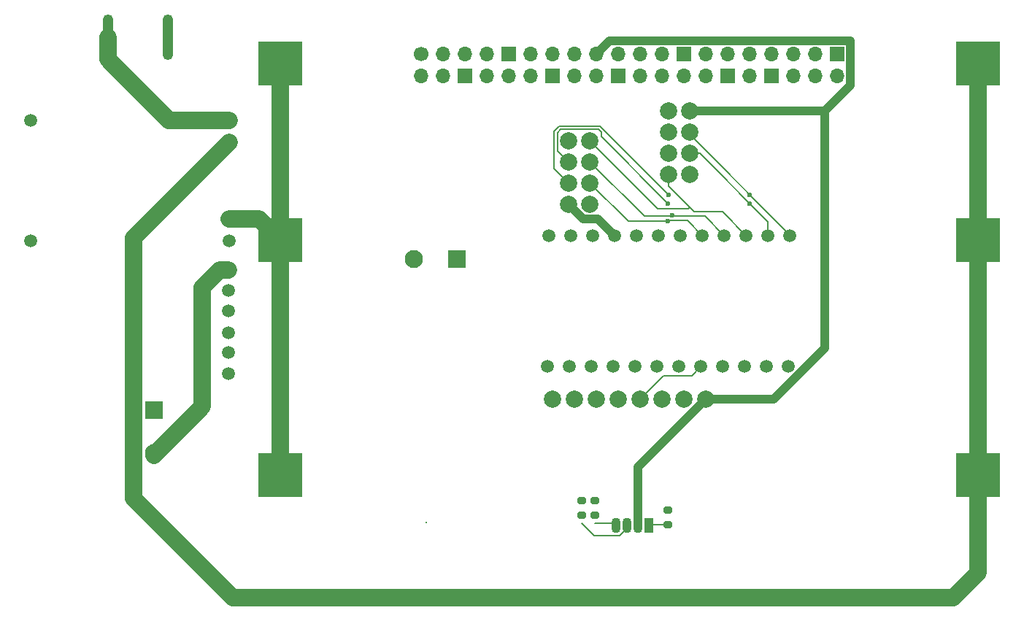
<source format=gbr>
%TF.GenerationSoftware,KiCad,Pcbnew,8.0.3*%
%TF.CreationDate,2024-06-25T13:40:25-04:00*%
%TF.ProjectId,StringsVR-SheepyHat,53747269-6e67-4735-9652-2d5368656570,rev?*%
%TF.SameCoordinates,Original*%
%TF.FileFunction,Copper,L1,Top*%
%TF.FilePolarity,Positive*%
%FSLAX46Y46*%
G04 Gerber Fmt 4.6, Leading zero omitted, Abs format (unit mm)*
G04 Created by KiCad (PCBNEW 8.0.3) date 2024-06-25 13:40:25*
%MOMM*%
%LPD*%
G01*
G04 APERTURE LIST*
G04 Aperture macros list*
%AMRoundRect*
0 Rectangle with rounded corners*
0 $1 Rounding radius*
0 $2 $3 $4 $5 $6 $7 $8 $9 X,Y pos of 4 corners*
0 Add a 4 corners polygon primitive as box body*
4,1,4,$2,$3,$4,$5,$6,$7,$8,$9,$2,$3,0*
0 Add four circle primitives for the rounded corners*
1,1,$1+$1,$2,$3*
1,1,$1+$1,$4,$5*
1,1,$1+$1,$6,$7*
1,1,$1+$1,$8,$9*
0 Add four rect primitives between the rounded corners*
20,1,$1+$1,$2,$3,$4,$5,0*
20,1,$1+$1,$4,$5,$6,$7,0*
20,1,$1+$1,$6,$7,$8,$9,0*
20,1,$1+$1,$8,$9,$2,$3,0*%
%AMFreePoly0*
4,1,5,2.500000,-2.500000,-2.500000,-2.500000,-2.500000,2.500000,2.500000,2.500000,2.500000,-2.500000,2.500000,-2.500000,$1*%
G04 Aperture macros list end*
%TA.AperFunction,ComponentPad*%
%ADD10O,1.200000X5.300000*%
%TD*%
%TA.AperFunction,SMDPad,CuDef*%
%ADD11RoundRect,0.200000X0.275000X-0.200000X0.275000X0.200000X-0.275000X0.200000X-0.275000X-0.200000X0*%
%TD*%
%TA.AperFunction,ComponentPad*%
%ADD12C,1.500000*%
%TD*%
%TA.AperFunction,ComponentPad*%
%ADD13C,2.000000*%
%TD*%
%TA.AperFunction,ComponentPad*%
%ADD14R,2.100000X2.100000*%
%TD*%
%TA.AperFunction,ComponentPad*%
%ADD15C,2.100000*%
%TD*%
%TA.AperFunction,SMDPad,CuDef*%
%ADD16FreePoly0,180.000000*%
%TD*%
%TA.AperFunction,ComponentPad*%
%ADD17R,1.070000X1.800000*%
%TD*%
%TA.AperFunction,ComponentPad*%
%ADD18O,1.070000X1.800000*%
%TD*%
%TA.AperFunction,ComponentPad*%
%ADD19C,1.700000*%
%TD*%
%TA.AperFunction,ComponentPad*%
%ADD20O,1.700000X1.700000*%
%TD*%
%TA.AperFunction,ComponentPad*%
%ADD21R,1.700000X1.700000*%
%TD*%
%TA.AperFunction,ViaPad*%
%ADD22C,0.200000*%
%TD*%
%TA.AperFunction,ViaPad*%
%ADD23C,0.600000*%
%TD*%
%TA.AperFunction,Conductor*%
%ADD24C,1.000000*%
%TD*%
%TA.AperFunction,Conductor*%
%ADD25C,0.200000*%
%TD*%
%TA.AperFunction,Conductor*%
%ADD26C,2.000000*%
%TD*%
G04 APERTURE END LIST*
D10*
%TO.P,SW2,1,1*%
%TO.N,Net-(U4-OUT+)*%
X78055000Y-71285000D03*
%TO.P,SW2,2,2*%
%TO.N,Net-(SW2-Pad2)*%
X85040000Y-71285000D03*
%TD*%
D11*
%TO.P,R1,1*%
%TO.N,Net-(D1-RK)*%
X143040000Y-127785000D03*
%TO.P,R1,2*%
%TO.N,LED_R*%
X143040000Y-126135000D03*
%TD*%
D12*
%TO.P,U2,1,TX0*%
%TO.N,unconnected-(U2-TX0-Pad1)*%
X157040000Y-109485000D03*
%TO.P,U2,2,RX1*%
%TO.N,unconnected-(U2-RX1-Pad2)*%
X154500000Y-109485000D03*
%TO.P,U2,3,GND*%
%TO.N,unconnected-(U2-GND-Pad3)*%
X151960000Y-109485000D03*
%TO.P,U2,4,GND*%
%TO.N,unconnected-(U2-GND-Pad4)*%
X149420000Y-109485000D03*
%TO.P,U2,5,SDA*%
%TO.N,SDA*%
X146880000Y-109485000D03*
%TO.P,U2,6,SCL*%
%TO.N,SCL*%
X144340000Y-109485000D03*
%TO.P,U2,7,Analog*%
%TO.N,unconnected-(U2-Analog-Pad7)*%
X141800000Y-109485000D03*
%TO.P,U2,8,Analog*%
%TO.N,LED_R*%
X139260000Y-109485000D03*
%TO.P,U2,9,Analog*%
%TO.N,LED_G*%
X136720000Y-109485000D03*
%TO.P,U2,10,Analog*%
%TO.N,unconnected-(U2-Analog-Pad10)*%
X134180000Y-109485000D03*
%TO.P,U2,11,Analog*%
%TO.N,unconnected-(U2-Analog-Pad11)*%
X131640000Y-109485000D03*
%TO.P,U2,12,Analog*%
%TO.N,LED_B*%
X129100000Y-109485000D03*
%TO.P,U2,13,RAW*%
%TO.N,unconnected-(U2-RAW-Pad13)*%
X129260000Y-94285000D03*
%TO.P,U2,14,GND*%
%TO.N,unconnected-(U2-GND-Pad14)*%
X131800000Y-94285000D03*
%TO.P,U2,15,RST*%
%TO.N,unconnected-(U2-RST-Pad15)*%
X134340000Y-94285000D03*
%TO.P,U2,16,VCC*%
%TO.N,+3.3V*%
X136880000Y-94285000D03*
%TO.P,U2,17,Analog*%
%TO.N,unconnected-(U2-Analog-Pad17)*%
X139420000Y-94285000D03*
%TO.P,U2,18,Analog*%
%TO.N,unconnected-(U2-Analog-Pad18)*%
X141960000Y-94285000D03*
%TO.P,U2,19,Analog*%
%TO.N,unconnected-(U2-Analog-Pad19)*%
X144500000Y-94285000D03*
%TO.P,U2,20,Analog*%
%TO.N,CE*%
X147040000Y-94285000D03*
%TO.P,U2,21,SCLK*%
%TO.N,SCK*%
X149580000Y-94285000D03*
%TO.P,U2,22,MISO*%
%TO.N,MISO*%
X152120000Y-94285000D03*
%TO.P,U2,23,MOSI*%
%TO.N,MOSI*%
X154660000Y-94285000D03*
%TO.P,U2,24,Analog*%
%TO.N,CSN*%
X157200000Y-94285000D03*
%TD*%
D13*
%TO.P,J1,1,Pin_1*%
%TO.N,+3.3V*%
X147428857Y-113253425D03*
%TO.P,J1,2,Pin_2*%
%TO.N,GND*%
X144888857Y-113253425D03*
%TO.P,J1,3,Pin_3*%
%TO.N,SCL*%
X142348857Y-113253425D03*
%TO.P,J1,4,Pin_4*%
%TO.N,SDA*%
X139808857Y-113253425D03*
%TO.P,J1,5,Pin_5*%
%TO.N,unconnected-(J1-Pin_5-Pad5)*%
X137268857Y-113253425D03*
%TO.P,J1,6,Pin_6*%
%TO.N,unconnected-(J1-Pin_6-Pad6)*%
X134728857Y-113253425D03*
%TO.P,J1,7,Pin_7*%
%TO.N,unconnected-(J1-Pin_7-Pad7)*%
X132188857Y-113253425D03*
%TO.P,J1,8,Pin_8*%
%TO.N,unconnected-(J1-Pin_8-Pad8)*%
X129648857Y-113253425D03*
%TD*%
D11*
%TO.P,R2,1*%
%TO.N,Net-(D1-GK)*%
X134540000Y-126685000D03*
%TO.P,R2,2*%
%TO.N,LED_G*%
X134540000Y-125035000D03*
%TD*%
D14*
%TO.P,J3,1,Pin_1*%
%TO.N,GND*%
X118540000Y-97035000D03*
D15*
%TO.P,J3,2,Pin_2*%
%TO.N,5V regulated*%
X113540000Y-97035000D03*
%TD*%
D16*
%TO.P,U8,1,b+*%
%TO.N,/B+*%
X179040000Y-122035000D03*
%TO.P,U8,2,b-*%
%TO.N,/B-*%
X98040000Y-122035000D03*
%TD*%
D14*
%TO.P,J4,1,Pin_1*%
%TO.N,GND*%
X83402500Y-114535000D03*
D15*
%TO.P,J4,2,Pin_2*%
%TO.N,5V regulated*%
X83402500Y-119535000D03*
%TD*%
D16*
%TO.P,U6,1,b+*%
%TO.N,/B+*%
X179040000Y-74285000D03*
%TO.P,U6,2,b-*%
%TO.N,/B-*%
X98040000Y-74285000D03*
%TD*%
D13*
%TO.P,U1,1,GND*%
%TO.N,GND*%
X143080000Y-79845000D03*
%TO.P,U1,2,CE*%
%TO.N,CE*%
X143080000Y-82305000D03*
%TO.P,U1,3,SCK*%
%TO.N,SCK*%
X143080000Y-84765000D03*
%TO.P,U1,4,MISO*%
%TO.N,MISO*%
X143080000Y-87225000D03*
%TO.P,U1,5,VCC*%
%TO.N,+3.3V*%
X145540000Y-79825000D03*
%TO.P,U1,6,CSN*%
%TO.N,CSN*%
X145540000Y-82285000D03*
%TO.P,U1,7,MOSI*%
%TO.N,MOSI*%
X145540000Y-84745000D03*
%TO.P,U1,8,IRQ*%
%TO.N,unconnected-(U1-IRQ-Pad8)*%
X145540000Y-87205000D03*
%TD*%
D16*
%TO.P,U7,1,b+*%
%TO.N,/B+*%
X179040000Y-94785000D03*
%TO.P,U7,2,b-*%
%TO.N,/B-*%
X98040000Y-94785000D03*
%TD*%
D17*
%TO.P,D1,1,RK*%
%TO.N,Net-(D1-RK)*%
X140828070Y-127925458D03*
D18*
%TO.P,D1,2,A*%
%TO.N,+3.3V*%
X139558070Y-127925458D03*
%TO.P,D1,3,BK*%
%TO.N,Net-(D1-BK)*%
X138288070Y-127925458D03*
%TO.P,D1,4,GK*%
%TO.N,Net-(D1-GK)*%
X137018070Y-127925458D03*
%TD*%
D13*
%TO.P,U3,1,GND*%
%TO.N,GND*%
X134000000Y-90645000D03*
%TO.P,U3,2,CE*%
%TO.N,CE*%
X134000000Y-88185000D03*
%TO.P,U3,3,SCK*%
%TO.N,SCK*%
X134000000Y-85725000D03*
%TO.P,U3,4,MISO*%
%TO.N,MISO*%
X134000000Y-83265000D03*
%TO.P,U3,5,VCC*%
%TO.N,+3.3V*%
X131540000Y-90665000D03*
%TO.P,U3,6,CSN*%
%TO.N,CSN*%
X131540000Y-88205000D03*
%TO.P,U3,7,MOSI*%
%TO.N,MOSI*%
X131540000Y-85745000D03*
%TO.P,U3,8,IRQ*%
%TO.N,unconnected-(U3-IRQ-Pad8)*%
X131540000Y-83285000D03*
%TD*%
D12*
%TO.P,U4,1,+*%
%TO.N,unconnected-(U4-+-Pad1)*%
X69140000Y-80885000D03*
%TO.P,U4,2,-*%
%TO.N,unconnected-(U4---Pad2)*%
X69140000Y-94885000D03*
%TO.P,U4,3,OUT+*%
%TO.N,Net-(U4-OUT+)*%
X92140000Y-80885000D03*
%TO.P,U4,4,B+*%
%TO.N,/B+*%
X92140000Y-83425000D03*
%TO.P,U4,5,B-*%
%TO.N,/B-*%
X92140000Y-92345000D03*
%TO.P,U4,6,OUT-*%
%TO.N,GND*%
X92140000Y-94885000D03*
%TD*%
D11*
%TO.P,R3,1*%
%TO.N,Net-(D1-BK)*%
X133040000Y-126685000D03*
%TO.P,R3,2*%
%TO.N,LED_B*%
X133040000Y-125035000D03*
%TD*%
D12*
%TO.P,U5,1,EN*%
%TO.N,unconnected-(U5-EN-Pad1)*%
X92040000Y-110285000D03*
%TO.P,U5,2,VIN*%
%TO.N,Net-(SW2-Pad2)*%
X92040000Y-107885000D03*
%TO.P,U5,3,VIN*%
X92040000Y-105555000D03*
%TO.P,U5,4,GND*%
%TO.N,GND*%
X92040000Y-103015000D03*
%TO.P,U5,5,GND*%
X92040000Y-100685000D03*
%TO.P,U5,6,VOUT*%
%TO.N,5V regulated*%
X92040000Y-98285000D03*
%TD*%
D19*
%TO.P,J2,1,Pin_1*%
%TO.N,unconnected-(J2-Pin_1-Pad1)*%
X114420000Y-73245000D03*
D20*
%TO.P,J2,2,Pin_2*%
%TO.N,5V regulated*%
X114420000Y-75785000D03*
%TO.P,J2,3,Pin_3*%
%TO.N,unconnected-(J2-Pin_3-Pad3)*%
X116960000Y-73245000D03*
%TO.P,J2,4,Pin_4*%
%TO.N,5V regulated*%
X116960000Y-75785000D03*
%TO.P,J2,5,Pin_5*%
%TO.N,unconnected-(J2-Pin_5-Pad5)*%
X119500000Y-73245000D03*
D21*
%TO.P,J2,6,Pin_6*%
%TO.N,GND*%
X119500000Y-75785000D03*
D20*
%TO.P,J2,7,Pin_7*%
%TO.N,unconnected-(J2-Pin_7-Pad7)*%
X122040000Y-73245000D03*
%TO.P,J2,8,Pin_8*%
%TO.N,unconnected-(J2-Pin_8-Pad8)*%
X122040000Y-75785000D03*
D21*
%TO.P,J2,9,Pin_9*%
%TO.N,GND*%
X124580000Y-73245000D03*
D20*
%TO.P,J2,10,Pin_10*%
%TO.N,unconnected-(J2-Pin_10-Pad10)*%
X124580000Y-75785000D03*
%TO.P,J2,11,Pin_11*%
%TO.N,unconnected-(J2-Pin_11-Pad11)*%
X127120000Y-73245000D03*
%TO.P,J2,12,Pin_12*%
%TO.N,unconnected-(J2-Pin_12-Pad12)*%
X127120000Y-75785000D03*
%TO.P,J2,13,Pin_13*%
%TO.N,unconnected-(J2-Pin_13-Pad13)*%
X129660000Y-73245000D03*
D21*
%TO.P,J2,14,Pin_14*%
%TO.N,unconnected-(J2-Pin_14-Pad14)*%
X129660000Y-75785000D03*
D20*
%TO.P,J2,15,Pin_15*%
%TO.N,unconnected-(J2-Pin_15-Pad15)*%
X132200000Y-73245000D03*
%TO.P,J2,16,Pin_16*%
%TO.N,unconnected-(J2-Pin_16-Pad16)*%
X132200000Y-75785000D03*
%TO.P,J2,17,Pin_17*%
%TO.N,+3.3V*%
X134740000Y-73245000D03*
%TO.P,J2,18,Pin_18*%
%TO.N,unconnected-(J2-Pin_18-Pad18)*%
X134740000Y-75785000D03*
%TO.P,J2,19,Pin_19*%
%TO.N,unconnected-(J2-Pin_19-Pad19)*%
X137280000Y-73245000D03*
D21*
%TO.P,J2,20,Pin_20*%
%TO.N,unconnected-(J2-Pin_20-Pad20)*%
X137280000Y-75785000D03*
D20*
%TO.P,J2,21,Pin_21*%
%TO.N,unconnected-(J2-Pin_21-Pad21)*%
X139820000Y-73245000D03*
%TO.P,J2,22,Pin_22*%
%TO.N,unconnected-(J2-Pin_22-Pad22)*%
X139820000Y-75785000D03*
%TO.P,J2,23,Pin_23*%
%TO.N,unconnected-(J2-Pin_23-Pad23)*%
X142360000Y-73245000D03*
%TO.P,J2,24,Pin_24*%
%TO.N,unconnected-(J2-Pin_24-Pad24)*%
X142360000Y-75785000D03*
D21*
%TO.P,J2,25,Pin_25*%
%TO.N,GND*%
X144900000Y-73245000D03*
D20*
%TO.P,J2,26,Pin_26*%
%TO.N,unconnected-(J2-Pin_26-Pad26)*%
X144900000Y-75785000D03*
%TO.P,J2,27,Pin_27*%
%TO.N,unconnected-(J2-Pin_27-Pad27)*%
X147440000Y-73245000D03*
%TO.P,J2,28,Pin_28*%
%TO.N,unconnected-(J2-Pin_28-Pad28)*%
X147440000Y-75785000D03*
%TO.P,J2,29,Pin_29*%
%TO.N,unconnected-(J2-Pin_29-Pad29)*%
X149980000Y-73245000D03*
D21*
%TO.P,J2,30,Pin_30*%
%TO.N,GND*%
X149980000Y-75785000D03*
D20*
%TO.P,J2,31,Pin_31*%
%TO.N,unconnected-(J2-Pin_31-Pad31)*%
X152520000Y-73245000D03*
%TO.P,J2,32,Pin_32*%
%TO.N,unconnected-(J2-Pin_32-Pad32)*%
X152520000Y-75785000D03*
%TO.P,J2,33,Pin_33*%
%TO.N,unconnected-(J2-Pin_33-Pad33)*%
X155060000Y-73245000D03*
D21*
%TO.P,J2,34,Pin_34*%
%TO.N,GND*%
X155060000Y-75785000D03*
D20*
%TO.P,J2,35,Pin_35*%
%TO.N,unconnected-(J2-Pin_35-Pad35)*%
X157600000Y-73245000D03*
%TO.P,J2,36,Pin_36*%
%TO.N,unconnected-(J2-Pin_36-Pad36)*%
X157600000Y-75785000D03*
%TO.P,J2,37,Pin_37*%
%TO.N,unconnected-(J2-Pin_37-Pad37)*%
X160140000Y-73245000D03*
%TO.P,J2,38,Pin_38*%
%TO.N,unconnected-(J2-Pin_38-Pad38)*%
X160140000Y-75785000D03*
D21*
%TO.P,J2,39,Pin_39*%
%TO.N,GND*%
X162680000Y-73245000D03*
D20*
%TO.P,J2,40,Pin_40*%
%TO.N,unconnected-(J2-Pin_40-Pad40)*%
X162680000Y-75785000D03*
%TD*%
D22*
%TO.N,*%
X115040000Y-127535000D03*
D23*
%TO.N,MOSI*%
X143040000Y-90535000D03*
X152540000Y-90535000D03*
%TO.N,SCK*%
X143540000Y-91935000D03*
%TO.N,CE*%
X143040000Y-92635000D03*
%TO.N,CSN*%
X152540000Y-89535000D03*
X143138527Y-89535000D03*
%TD*%
D24*
%TO.N,+3.3V*%
X133220000Y-92345000D02*
X131540000Y-90665000D01*
X134940000Y-92345000D02*
X133220000Y-92345000D01*
X136880000Y-94285000D02*
X134940000Y-92345000D01*
D25*
%TO.N,Net-(D1-GK)*%
X136727612Y-127635000D02*
X137018070Y-127925458D01*
X134540000Y-127635000D02*
X136727612Y-127635000D01*
D24*
%TO.N,+3.3V*%
X161250000Y-79825000D02*
X145540000Y-79825000D01*
X139558070Y-121124212D02*
X139558070Y-127925458D01*
X147428857Y-113253425D02*
X155322185Y-113253425D01*
X134740000Y-73245000D02*
X136290000Y-71695000D01*
X136290000Y-71695000D02*
X164230000Y-71695000D01*
X147428857Y-113253425D02*
X139558070Y-121124212D01*
X155322185Y-113253425D02*
X161250000Y-107325610D01*
X164230000Y-76845000D02*
X161250000Y-79825000D01*
X164230000Y-71695000D02*
X164230000Y-76845000D01*
X161250000Y-107325610D02*
X161250000Y-79825000D01*
D26*
%TO.N,/B+*%
X179040000Y-74285000D02*
X179040000Y-133385000D01*
X176140000Y-136285000D02*
X92540000Y-136285000D01*
X81040000Y-94525000D02*
X92140000Y-83425000D01*
X81040000Y-124785000D02*
X81040000Y-94525000D01*
X92540000Y-136285000D02*
X81040000Y-124785000D01*
X179040000Y-133385000D02*
X176140000Y-136285000D01*
D25*
%TO.N,Net-(D1-RK)*%
X143040000Y-127785000D02*
X140968528Y-127785000D01*
X140968528Y-127785000D02*
X140828070Y-127925458D01*
D26*
%TO.N,/B-*%
X98040000Y-94785000D02*
X95600000Y-92345000D01*
X98040000Y-74285000D02*
X98040000Y-94785000D01*
X98040000Y-121285000D02*
X98040000Y-94785000D01*
X95600000Y-92345000D02*
X92140000Y-92345000D01*
D25*
%TO.N,Net-(D1-BK)*%
X138288070Y-128286930D02*
X138288070Y-127925458D01*
X134480458Y-129125458D02*
X137449542Y-129125458D01*
X137449542Y-129125458D02*
X138288070Y-128286930D01*
X133040000Y-127685000D02*
X134480458Y-129125458D01*
D26*
%TO.N,5V regulated*%
X83402500Y-119785000D02*
X89040000Y-114147500D01*
X91040000Y-98285000D02*
X92040000Y-98285000D01*
X89040000Y-114147500D02*
X89040000Y-100285000D01*
X89040000Y-100285000D02*
X91040000Y-98285000D01*
D25*
%TO.N,MISO*%
X149370000Y-91535000D02*
X146040000Y-91535000D01*
X152120000Y-94285000D02*
X149370000Y-91535000D01*
X141870000Y-91135000D02*
X145440000Y-91135000D01*
X145540000Y-91035000D02*
X143080000Y-88575000D01*
X143080000Y-88575000D02*
X143080000Y-87225000D01*
X145440000Y-91135000D02*
X145540000Y-91035000D01*
X134000000Y-83265000D02*
X141870000Y-91135000D01*
X146040000Y-91535000D02*
X145540000Y-91035000D01*
%TO.N,MOSI*%
X130240000Y-84445000D02*
X131540000Y-85745000D01*
X134970000Y-81965000D02*
X130610000Y-81965000D01*
X130610000Y-81965000D02*
X130240000Y-82335000D01*
X154660000Y-92655000D02*
X146750000Y-84745000D01*
X143040000Y-90535000D02*
X135300000Y-82795000D01*
X135300000Y-82795000D02*
X135300000Y-82295000D01*
X154660000Y-94285000D02*
X154660000Y-92655000D01*
X146750000Y-84745000D02*
X145540000Y-84745000D01*
X135300000Y-82295000D02*
X134970000Y-81965000D01*
X130240000Y-82335000D02*
X130240000Y-84445000D01*
%TO.N,SCK*%
X147330000Y-92035000D02*
X140310000Y-92035000D01*
X140310000Y-92035000D02*
X134000000Y-85725000D01*
X149580000Y-94285000D02*
X147330000Y-92035000D01*
%TO.N,SDA*%
X146880000Y-109485000D02*
X145830000Y-110535000D01*
X145830000Y-110535000D02*
X142527282Y-110535000D01*
X142527282Y-110535000D02*
X139808857Y-113253425D01*
%TO.N,CE*%
X145290000Y-92535000D02*
X147040000Y-94285000D01*
X143040000Y-92635000D02*
X138450000Y-92635000D01*
X138450000Y-92635000D02*
X134000000Y-88185000D01*
X143140000Y-92535000D02*
X145290000Y-92535000D01*
X143040000Y-92635000D02*
X143140000Y-92535000D01*
%TO.N,CSN*%
X129840000Y-82169314D02*
X129840000Y-86505000D01*
X145540000Y-82285000D02*
X145540000Y-82535000D01*
X135135686Y-81565000D02*
X130444314Y-81565000D01*
X143138527Y-89535000D02*
X143105686Y-89535000D01*
X143105686Y-89535000D02*
X135135686Y-81565000D01*
X129840000Y-86505000D02*
X131540000Y-88205000D01*
X130444314Y-81565000D02*
X129840000Y-82169314D01*
X145540000Y-82535000D02*
X157200000Y-94195000D01*
X157200000Y-94195000D02*
X157200000Y-94285000D01*
D26*
%TO.N,Net-(U4-OUT+)*%
X78055000Y-73800000D02*
X85140000Y-80885000D01*
X78055000Y-71285000D02*
X78055000Y-73800000D01*
X85140000Y-80885000D02*
X92140000Y-80885000D01*
%TD*%
M02*

</source>
